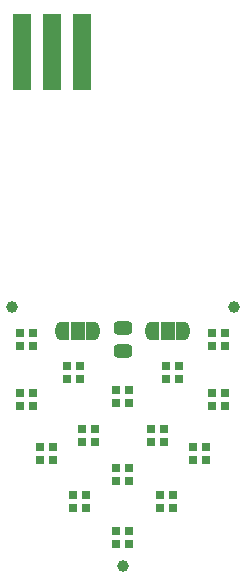
<source format=gbr>
G04 #@! TF.GenerationSoftware,KiCad,Pcbnew,(5.99.0-10027-g0561ce903e)*
G04 #@! TF.CreationDate,2021-10-10T12:50:56-07:00*
G04 #@! TF.ProjectId,scale_cca,7363616c-655f-4636-9361-2e6b69636164,v1r0*
G04 #@! TF.SameCoordinates,Original*
G04 #@! TF.FileFunction,Soldermask,Top*
G04 #@! TF.FilePolarity,Negative*
%FSLAX46Y46*%
G04 Gerber Fmt 4.6, Leading zero omitted, Abs format (unit mm)*
G04 Created by KiCad (PCBNEW (5.99.0-10027-g0561ce903e)) date 2021-10-10 12:50:56*
%MOMM*%
%LPD*%
G01*
G04 APERTURE LIST*
G04 Aperture macros list*
%AMRoundRect*
0 Rectangle with rounded corners*
0 $1 Rounding radius*
0 $2 $3 $4 $5 $6 $7 $8 $9 X,Y pos of 4 corners*
0 Add a 4 corners polygon primitive as box body*
4,1,4,$2,$3,$4,$5,$6,$7,$8,$9,$2,$3,0*
0 Add four circle primitives for the rounded corners*
1,1,$1+$1,$2,$3*
1,1,$1+$1,$4,$5*
1,1,$1+$1,$6,$7*
1,1,$1+$1,$8,$9*
0 Add four rect primitives between the rounded corners*
20,1,$1+$1,$2,$3,$4,$5,0*
20,1,$1+$1,$4,$5,$6,$7,0*
20,1,$1+$1,$6,$7,$8,$9,0*
20,1,$1+$1,$8,$9,$2,$3,0*%
%AMFreePoly0*
4,1,37,0.585921,0.785921,0.600800,0.750000,0.600800,-0.750000,0.585921,-0.785921,0.550000,-0.800800,0.000000,-0.800800,-0.012526,-0.795612,-0.080872,-0.794359,-0.095090,-0.792057,-0.230405,-0.749782,-0.243405,-0.743581,-0.361415,-0.665026,-0.372153,-0.655426,-0.463373,-0.546907,-0.470984,-0.534678,-0.528079,-0.404919,-0.531952,-0.391047,-0.549535,-0.256587,-0.548147,-0.256405,-0.550800,-0.250000,
-0.550800,0.250000,-0.550314,0.251174,-0.550158,0.263925,-0.528347,0.404002,-0.524136,0.417775,-0.463888,0.546100,-0.455980,0.558139,-0.362136,0.664397,-0.351168,0.673732,-0.231273,0.749380,-0.218125,0.755261,-0.081818,0.794218,-0.067547,0.796173,-0.011991,0.795833,0.000000,0.800800,0.550000,0.800800,0.585921,0.785921,0.585921,0.785921,$1*%
%AMFreePoly1*
4,1,37,0.012350,0.795685,0.074215,0.795307,0.088460,0.793178,0.224281,0.752559,0.237356,0.746518,0.356318,0.669411,0.367173,0.659942,0.459711,0.552545,0.467470,0.540411,0.526147,0.411359,0.530190,0.397535,0.550287,0.257202,0.550800,0.250000,0.550800,-0.250000,0.550796,-0.250620,0.550647,-0.262836,0.549947,-0.270644,0.526427,-0.410445,0.522048,-0.424167,0.460236,-0.551746,
0.452182,-0.563686,0.357047,-0.668790,0.345965,-0.677991,0.225155,-0.752168,0.211936,-0.757888,0.075163,-0.795177,0.060870,-0.796957,0.011464,-0.796051,0.000000,-0.800800,-0.550000,-0.800800,-0.585921,-0.785921,-0.600800,-0.750000,-0.600800,0.750000,-0.585921,0.785921,-0.550000,0.800800,0.000000,0.800800,0.012350,0.795685,0.012350,0.795685,$1*%
G04 Aperture macros list end*
%ADD10FreePoly0,0.000000*%
%ADD11RoundRect,0.050800X-0.500000X-0.750000X0.500000X-0.750000X0.500000X0.750000X-0.500000X0.750000X0*%
%ADD12FreePoly1,0.000000*%
%ADD13RoundRect,0.050800X-0.300000X-0.300000X0.300000X-0.300000X0.300000X0.300000X-0.300000X0.300000X0*%
%ADD14RoundRect,0.050800X0.750000X-3.125000X0.750000X3.125000X-0.750000X3.125000X-0.750000X-3.125000X0*%
%ADD15C,1.000000*%
%ADD16RoundRect,0.275400X0.500400X-0.275400X0.500400X0.275400X-0.500400X0.275400X-0.500400X-0.275400X0*%
G04 APERTURE END LIST*
D10*
X39022500Y-40259000D03*
D11*
X40322500Y-40259000D03*
D12*
X41622500Y-40259000D03*
D13*
X41253500Y-44365000D03*
X41253500Y-43265000D03*
X40153500Y-43265000D03*
X40153500Y-44365000D03*
D14*
X33083500Y-16637000D03*
D15*
X27114500Y-38227000D03*
D13*
X34141500Y-49699000D03*
X34141500Y-48599000D03*
X33041500Y-48599000D03*
X33041500Y-49699000D03*
X30585500Y-51223000D03*
X30585500Y-50123000D03*
X29485500Y-50123000D03*
X29485500Y-51223000D03*
X32871500Y-44365000D03*
X32871500Y-43265000D03*
X31771500Y-43265000D03*
X31771500Y-44365000D03*
X39983500Y-49699000D03*
X39983500Y-48599000D03*
X38883500Y-48599000D03*
X38883500Y-49699000D03*
D10*
X31402500Y-40259000D03*
D11*
X32702500Y-40259000D03*
D12*
X34002500Y-40259000D03*
D13*
X45190500Y-46651000D03*
X45190500Y-45551000D03*
X44090500Y-45551000D03*
X44090500Y-46651000D03*
D14*
X30543500Y-16637000D03*
D13*
X28934500Y-41571000D03*
X28934500Y-40471000D03*
X27834500Y-40471000D03*
X27834500Y-41571000D03*
X33379500Y-55287000D03*
X33379500Y-54187000D03*
X32279500Y-54187000D03*
X32279500Y-55287000D03*
D16*
X36512500Y-41971000D03*
X36512500Y-40071000D03*
D13*
X37062500Y-53001000D03*
X37062500Y-51901000D03*
X35962500Y-51901000D03*
X35962500Y-53001000D03*
X37062500Y-58335000D03*
X37062500Y-57235000D03*
X35962500Y-57235000D03*
X35962500Y-58335000D03*
D15*
X36512500Y-60198000D03*
D13*
X37062500Y-46397000D03*
X37062500Y-45297000D03*
X35962500Y-45297000D03*
X35962500Y-46397000D03*
X45190500Y-41571000D03*
X45190500Y-40471000D03*
X44090500Y-40471000D03*
X44090500Y-41571000D03*
D15*
X45910500Y-38227000D03*
D13*
X28934500Y-46651000D03*
X28934500Y-45551000D03*
X27834500Y-45551000D03*
X27834500Y-46651000D03*
X40745500Y-55287000D03*
X40745500Y-54187000D03*
X39645500Y-54187000D03*
X39645500Y-55287000D03*
D14*
X28003500Y-16637000D03*
D13*
X43539500Y-51223000D03*
X43539500Y-50123000D03*
X42439500Y-50123000D03*
X42439500Y-51223000D03*
M02*

</source>
